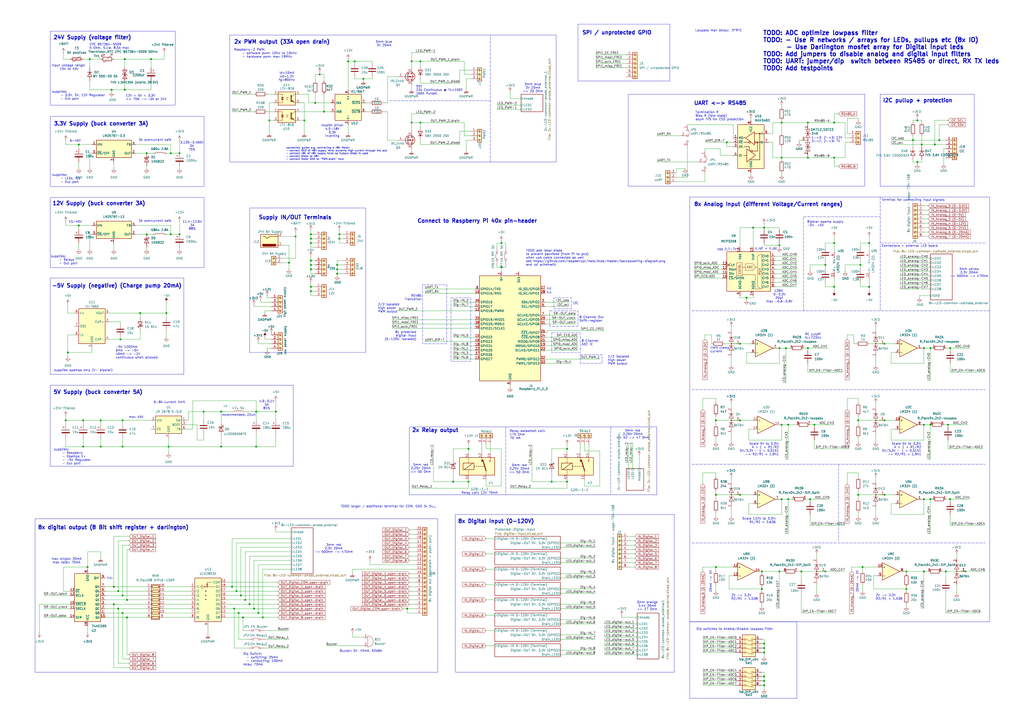
<source format=kicad_sch>
(kicad_sch
	(version 20231120)
	(generator "eeschema")
	(generator_version "8.0")
	(uuid "af4d11a6-73e1-4c39-a25e-5fe7dfa07237")
	(paper "A2")
	
	(junction
		(at 139.7 345.44)
		(diameter 0)
		(color 0 0 0 0)
		(uuid "01a8e618-7e14-4882-9136-a12536116a47")
	)
	(junction
		(at 236.22 353.06)
		(diameter 0)
		(color 0 0 0 0)
		(uuid "01c225b5-cd2c-42cd-9a9e-dd1eb69e7a46")
	)
	(junction
		(at 48.26 259.08)
		(diameter 0)
		(color 0 0 0 0)
		(uuid "04e54955-95ed-4070-adbb-7cee1b2c7a8b")
	)
	(junction
		(at 135.89 353.06)
		(diameter 0)
		(color 0 0 0 0)
		(uuid "05eca1c0-0042-44d8-82a8-b1f48175c33d")
	)
	(junction
		(at 483.87 91.44)
		(
... [584563 chars truncated]
</source>
